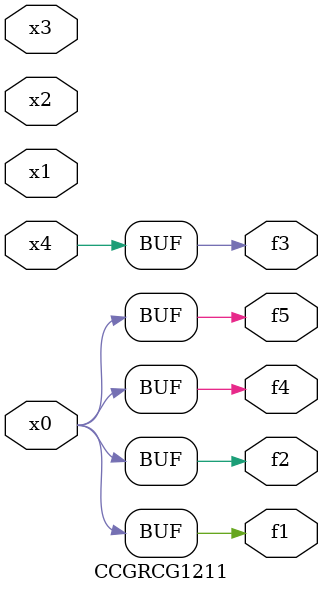
<source format=v>
module CCGRCG1211(
	input x0, x1, x2, x3, x4,
	output f1, f2, f3, f4, f5
);
	assign f1 = x0;
	assign f2 = x0;
	assign f3 = x4;
	assign f4 = x0;
	assign f5 = x0;
endmodule

</source>
